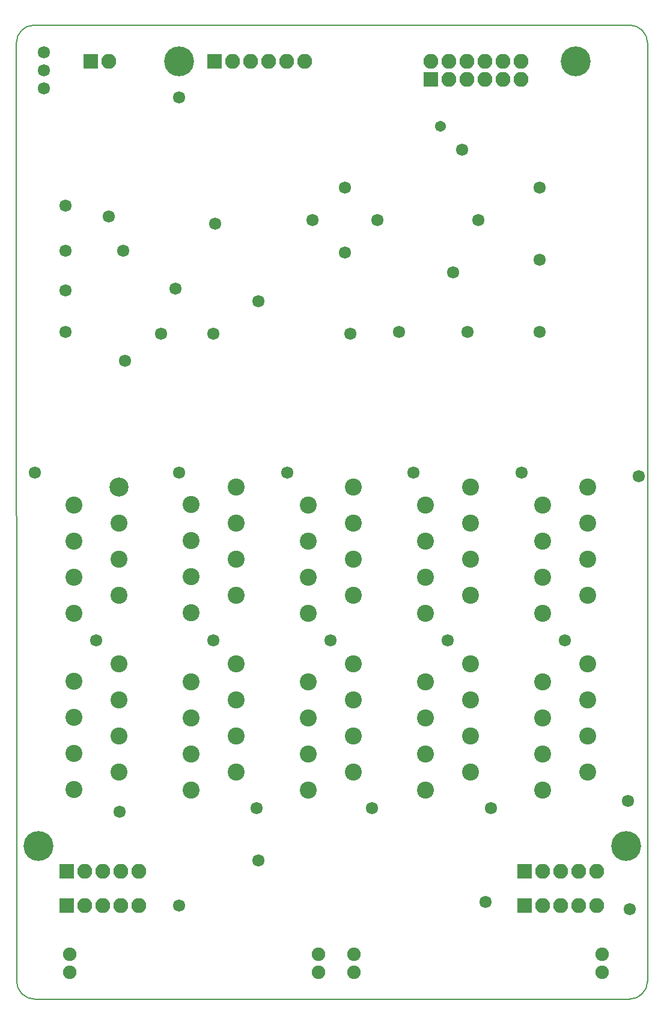
<source format=gbs>
G04 #@! TF.FileFunction,Soldermask,Bot*
%FSLAX46Y46*%
G04 Gerber Fmt 4.6, Leading zero omitted, Abs format (unit mm)*
G04 Created by KiCad (PCBNEW 4.0.7) date Thursday, May 03, 2018 'PMt' 01:10:52 PM*
%MOMM*%
%LPD*%
G01*
G04 APERTURE LIST*
%ADD10C,0.020000*%
%ADD11C,0.150000*%
%ADD12C,1.720800*%
%ADD13C,2.400000*%
%ADD14C,4.210000*%
%ADD15C,1.543000*%
%ADD16C,2.686000*%
%ADD17R,2.100000X2.100000*%
%ADD18O,2.100000X2.100000*%
%ADD19C,1.900000*%
G04 APERTURE END LIST*
D10*
D11*
X253270000Y-85852000D02*
G75*
G03X250730000Y-83312000I-2540000J0D01*
G01*
X166878000Y-83312000D02*
G75*
G03X164338000Y-85852000I0J-2540000D01*
G01*
X164370000Y-217932000D02*
G75*
G03X166910000Y-220472000I2540000J0D01*
G01*
X250730000Y-220472000D02*
G75*
G03X253270000Y-217932000I0J2540000D01*
G01*
X166878000Y-83312000D02*
X250730000Y-83312000D01*
X164370000Y-217932000D02*
X164338000Y-85852000D01*
X250730000Y-220472000D02*
X166910000Y-220472000D01*
X253270000Y-85852000D02*
X253270000Y-217932000D01*
D12*
X184690000Y-126746000D03*
X192056000Y-126746000D03*
X171228000Y-126492000D03*
X171228000Y-120650000D03*
X179356000Y-115062000D03*
X171228000Y-115062000D03*
X171228000Y-108712000D03*
X177324000Y-110236000D03*
X250730000Y-207772000D03*
X250476000Y-192532000D03*
X252000000Y-146812000D03*
X230410000Y-206756000D03*
X187230000Y-207264000D03*
X198406000Y-200914000D03*
X231172000Y-193548000D03*
X214408000Y-193548000D03*
X198152000Y-193548000D03*
X178848000Y-194056000D03*
X241586000Y-169926000D03*
X225076000Y-169926000D03*
X175546000Y-169926000D03*
X192056000Y-169926000D03*
X208566000Y-169926000D03*
X235490000Y-146304000D03*
X220250000Y-146304000D03*
X202470000Y-146304000D03*
X187230000Y-146304000D03*
X166910000Y-146304000D03*
X198406000Y-122174000D03*
X187230000Y-93472000D03*
X192310000Y-111252000D03*
X179610000Y-130556000D03*
X238030000Y-106172000D03*
X238030000Y-116332000D03*
X238030000Y-126492000D03*
X227870000Y-126492000D03*
X229394000Y-110744000D03*
X210598000Y-115316000D03*
X215170000Y-110744000D03*
X206026000Y-110744000D03*
X210598000Y-106172000D03*
D13*
X221996000Y-175768000D03*
X221996000Y-180848000D03*
X221996000Y-185928000D03*
X221996000Y-191008000D03*
X205486000Y-150876000D03*
X205486000Y-155956000D03*
X205486000Y-161036000D03*
X205486000Y-166116000D03*
D12*
X168180000Y-92202000D03*
X168180000Y-89662000D03*
X168180000Y-87122000D03*
X227108000Y-100838000D03*
X225838000Y-118110000D03*
X218218000Y-126492000D03*
X211360000Y-126746000D03*
X186722000Y-120396000D03*
D14*
X167418000Y-198882000D03*
X250222000Y-198882000D03*
X243110000Y-88392000D03*
X187230000Y-88392000D03*
D15*
X224060000Y-97536000D03*
D13*
X195326000Y-173228000D03*
X195326000Y-178308000D03*
X195326000Y-183388000D03*
X195326000Y-188468000D03*
X188976000Y-175768000D03*
X188976000Y-180848000D03*
X188976000Y-185928000D03*
X188976000Y-191008000D03*
X178816000Y-173228000D03*
X178816000Y-178308000D03*
X178816000Y-183388000D03*
X178816000Y-188468000D03*
X172466000Y-175721306D03*
X172466000Y-180801306D03*
X172466000Y-185881306D03*
X172466000Y-190961306D03*
D16*
X178816000Y-148336000D03*
D13*
X178816000Y-153416000D03*
X178816000Y-158496000D03*
X178816000Y-163576000D03*
X172466000Y-150876000D03*
X172466000Y-155956000D03*
X172466000Y-161036000D03*
X172466000Y-166116000D03*
X195326000Y-148336000D03*
X195326000Y-153416000D03*
X195326000Y-158496000D03*
X195326000Y-163576000D03*
X188976000Y-150867808D03*
X188976000Y-155947808D03*
X188976000Y-161027808D03*
X188976000Y-166107808D03*
X211836000Y-148336000D03*
X211836000Y-153416000D03*
X211836000Y-158496000D03*
X211836000Y-163576000D03*
X211836000Y-173228000D03*
X211836000Y-178308000D03*
X211836000Y-183388000D03*
X211836000Y-188468000D03*
X205486000Y-175768000D03*
X205486000Y-180848000D03*
X205486000Y-185928000D03*
X205486000Y-191008000D03*
X228346000Y-148336000D03*
X228346000Y-153416000D03*
X228346000Y-158496000D03*
X228346000Y-163576000D03*
X221996000Y-150876000D03*
X221996000Y-155956000D03*
X221996000Y-161036000D03*
X221996000Y-166116000D03*
X228346000Y-173228000D03*
X228346000Y-178308000D03*
X228346000Y-183388000D03*
X228346000Y-188468000D03*
X244856000Y-148336000D03*
X244856000Y-153416000D03*
X244856000Y-158496000D03*
X244856000Y-163576000D03*
X238506000Y-150876000D03*
X238506000Y-155956000D03*
X238506000Y-161036000D03*
X238506000Y-166116000D03*
X244856000Y-173228000D03*
X244856000Y-178308000D03*
X244856000Y-183388000D03*
X244856000Y-188468000D03*
X238506000Y-175768000D03*
X238506000Y-180848000D03*
X238506000Y-185928000D03*
X238506000Y-191008000D03*
D17*
X174784000Y-88392000D03*
D18*
X177324000Y-88392000D03*
D17*
X192278000Y-88392000D03*
D18*
X194818000Y-88392000D03*
X197358000Y-88392000D03*
X199898000Y-88392000D03*
X202438000Y-88392000D03*
X204978000Y-88392000D03*
D17*
X171395092Y-207264000D03*
D18*
X173935092Y-207264000D03*
X176475092Y-207264000D03*
X179015092Y-207264000D03*
X181555092Y-207264000D03*
D17*
X171450000Y-202438000D03*
D18*
X173990000Y-202438000D03*
X176530000Y-202438000D03*
X179070000Y-202438000D03*
X181610000Y-202438000D03*
D17*
X235966000Y-207264000D03*
D18*
X238506000Y-207264000D03*
X241046000Y-207264000D03*
X243586000Y-207264000D03*
X246126000Y-207264000D03*
D17*
X235966000Y-202438000D03*
D18*
X238506000Y-202438000D03*
X241046000Y-202438000D03*
X243586000Y-202438000D03*
X246126000Y-202438000D03*
D17*
X222758000Y-90932000D03*
D18*
X222758000Y-88392000D03*
X225298000Y-90932000D03*
X225298000Y-88392000D03*
X227838000Y-90932000D03*
X227838000Y-88392000D03*
X230378000Y-90932000D03*
X230378000Y-88392000D03*
X232918000Y-90932000D03*
X232918000Y-88392000D03*
X235458000Y-90932000D03*
X235458000Y-88392000D03*
D19*
X206870000Y-216662000D03*
X171870000Y-216662000D03*
X171870000Y-214122000D03*
X206870000Y-214122000D03*
X211870000Y-216662000D03*
X246870000Y-216662000D03*
X246870000Y-214122000D03*
X211870000Y-214122000D03*
M02*

</source>
